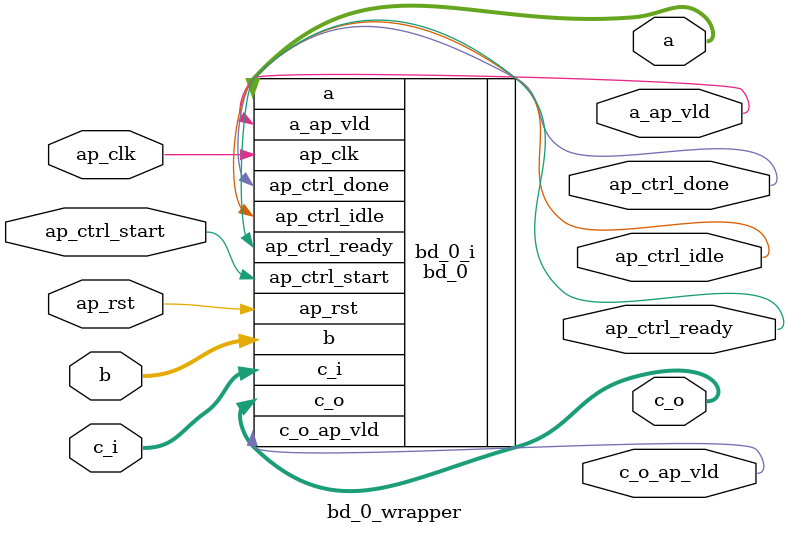
<source format=v>
`timescale 1 ps / 1 ps

module bd_0_wrapper
   (a,
    a_ap_vld,
    ap_clk,
    ap_ctrl_done,
    ap_ctrl_idle,
    ap_ctrl_ready,
    ap_ctrl_start,
    ap_rst,
    b,
    c_i,
    c_o,
    c_o_ap_vld);
  output [31:0]a;
  output a_ap_vld;
  input ap_clk;
  output ap_ctrl_done;
  output ap_ctrl_idle;
  output ap_ctrl_ready;
  input ap_ctrl_start;
  input ap_rst;
  input [31:0]b;
  input [31:0]c_i;
  output [31:0]c_o;
  output c_o_ap_vld;

  wire [31:0]a;
  wire a_ap_vld;
  wire ap_clk;
  wire ap_ctrl_done;
  wire ap_ctrl_idle;
  wire ap_ctrl_ready;
  wire ap_ctrl_start;
  wire ap_rst;
  wire [31:0]b;
  wire [31:0]c_i;
  wire [31:0]c_o;
  wire c_o_ap_vld;

  bd_0 bd_0_i
       (.a(a),
        .a_ap_vld(a_ap_vld),
        .ap_clk(ap_clk),
        .ap_ctrl_done(ap_ctrl_done),
        .ap_ctrl_idle(ap_ctrl_idle),
        .ap_ctrl_ready(ap_ctrl_ready),
        .ap_ctrl_start(ap_ctrl_start),
        .ap_rst(ap_rst),
        .b(b),
        .c_i(c_i),
        .c_o(c_o),
        .c_o_ap_vld(c_o_ap_vld));
endmodule

</source>
